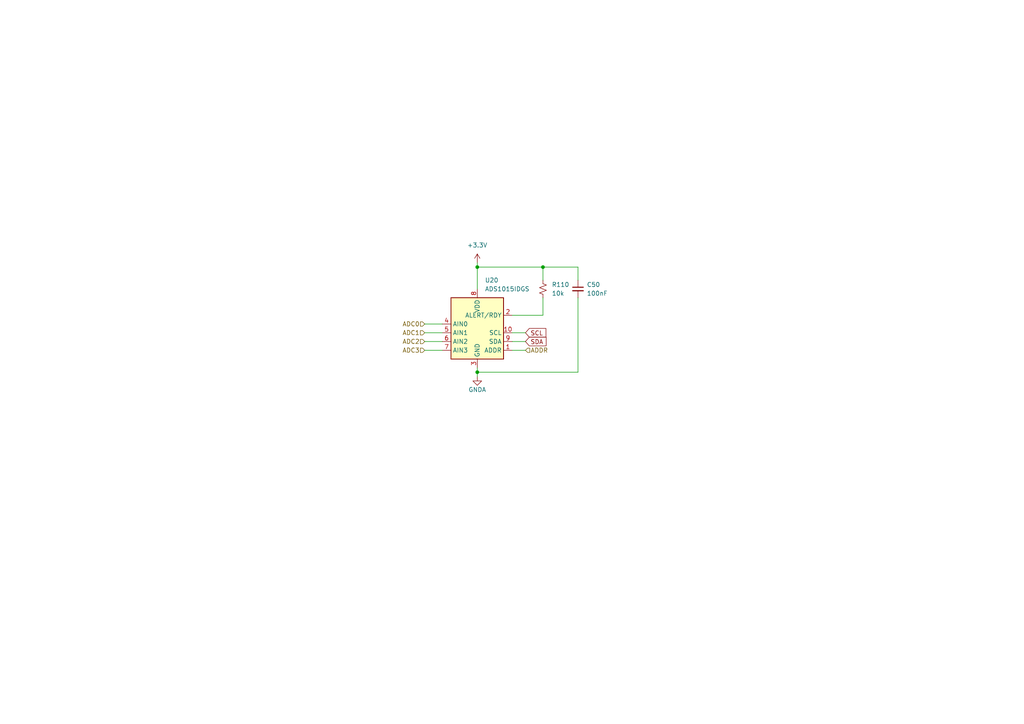
<source format=kicad_sch>
(kicad_sch (version 20231120) (generator "eeschema") (generator_version "8.0")
  (paper "A4")
  (lib_symbols
    (symbol "Analog_ADC:ADS1015IDGS"
      (property "Reference" "U" (at 2.54 13.97 0))
      (property "Value" "ADS1015IDGS" (at 7.62 11.43 0))
      (symbol "ADS1015IDGS_0_1"
        (rectangle (start -7.62 10.16) (end 7.62 -7.62) (stroke (width 0.254)) (fill (type background)))
      )
      (symbol "ADS1015IDGS_1_1"
        (pin input line (at 10.16 -5.08 180) (length 2.54) (name "ADDR") (number "1"))
        (pin input line (at 10.16 0 180) (length 2.54) (name "SCL") (number "10"))
        (pin output line (at 10.16 5.08 180) (length 2.54) (name "ALERT/RDY") (number "2"))
        (pin power_in line (at 0 -10.16 90) (length 2.54) (name "GND") (number "3"))
        (pin input line (at -10.16 2.54 0) (length 2.54) (name "AIN0") (number "4"))
        (pin input line (at -10.16 0 0) (length 2.54) (name "AIN1") (number "5"))
        (pin input line (at -10.16 -2.54 0) (length 2.54) (name "AIN2") (number "6"))
        (pin input line (at -10.16 -5.08 0) (length 2.54) (name "AIN3") (number "7"))
        (pin power_in line (at 0 12.7 270) (length 2.54) (name "VDD") (number "8"))
        (pin bidirectional line (at 10.16 -2.54 180) (length 2.54) (name "SDA") (number "9"))
      )
    )
    (symbol "Device:C_Small" (pin_numbers hide) (pin_names (offset 0.254) hide)
      (property "Reference" "C" (at 0.254 1.778 0))
      (property "Value" "C_Small" (at 0.254 -2.032 0))
      (symbol "C_Small_0_1"
        (polyline (pts (xy -1.524 -0.508) (xy 1.524 -0.508)) (stroke (width 0.3302)))
        (polyline (pts (xy -1.524 0.508) (xy 1.524 0.508)) (stroke (width 0.3048)))
      )
      (symbol "C_Small_1_1"
        (pin passive line (at 0 2.54 270) (length 2.032) (name "~") (number "1"))
        (pin passive line (at 0 -2.54 90) (length 2.032) (name "~") (number "2"))
      )
    )
    (symbol "Device:R_Small_US" (pin_numbers hide) (pin_names (offset 0.254) hide)
      (property "Reference" "R" (at 0.762 0.508 0))
      (property "Value" "R_Small_US" (at 0.762 -1.016 0))
      (symbol "R_Small_US_1_1"
        (polyline (pts (xy 0 0) (xy 1.016 -0.381) (xy 0 -0.762) (xy -1.016 -1.143) (xy 0 -1.524)))
        (polyline (pts (xy 0 1.524) (xy 1.016 1.143) (xy 0 0.762) (xy -1.016 0.381) (xy 0 0)))
        (pin passive line (at 0 2.54 270) (length 1.016) (name "~") (number "1"))
        (pin passive line (at 0 -2.54 90) (length 1.016) (name "~") (number "2"))
      )
    )
    (symbol "power:+3.3V" (power) (pin_names (offset 0))
      (property "Value" "+3.3V" (at 0 3.556 0))
      (symbol "+3.3V_0_1"
        (polyline (pts (xy -0.762 1.27) (xy 0 2.54)))
        (polyline (pts (xy 0 0) (xy 0 2.54)))
        (polyline (pts (xy 0 2.54) (xy 0.762 1.27)))
      )
      (symbol "+3.3V_1_1"
        (pin power_in line (at 0 0 90) (length 0) hide (name "+3.3V") (number "1"))
      )
    )
    (symbol "power:GNDA" (power) (pin_names (offset 0))
      (property "Value" "GNDA" (at 0 -3.81 0))
      (symbol "GNDA_0_1"
        (polyline (pts (xy 0 0) (xy 0 -1.27) (xy 1.27 -1.27) (xy 0 -2.54) (xy -1.27 -1.27) (xy 0 -1.27)))
      )
      (symbol "GNDA_1_1"
        (pin power_in line (at 0 0 270) (length 0) hide (name "GNDA") (number "1"))
      )
    )
  )
  (junction (at 157.48 77.47))
  (junction (at 138.43 77.47))
  (junction (at 138.43 107.95))
  (wire (pts (xy 138.43 77.47) (xy 138.43 83.82)))
  (wire (pts (xy 123.19 101.6) (xy 128.27 101.6)))
  (wire (pts (xy 123.19 99.06) (xy 128.27 99.06)))
  (wire (pts (xy 157.48 91.44) (xy 157.48 86.36)))
  (wire (pts (xy 138.43 106.68) (xy 138.43 107.95)))
  (wire (pts (xy 148.59 99.06) (xy 152.4 99.06)))
  (wire (pts (xy 148.59 96.52) (xy 152.4 96.52)))
  (wire (pts (xy 138.43 77.47) (xy 157.48 77.47)))
  (wire (pts (xy 123.19 93.98) (xy 128.27 93.98)))
  (wire (pts (xy 138.43 107.95) (xy 138.43 109.22)))
  (wire (pts (xy 123.19 96.52) (xy 128.27 96.52)))
  (wire (pts (xy 148.59 91.44) (xy 157.48 91.44)))
  (wire (pts (xy 167.64 86.36) (xy 167.64 107.95)))
  (wire (pts (xy 167.64 77.47) (xy 167.64 81.28)))
  (wire (pts (xy 148.59 101.6) (xy 152.4 101.6)))
  (wire (pts (xy 157.48 77.47) (xy 157.48 81.28)))
  (wire (pts (xy 157.48 77.47) (xy 167.64 77.47)))
  (wire (pts (xy 138.43 76.2) (xy 138.43 77.47)))
  (wire (pts (xy 167.64 107.95) (xy 138.43 107.95)))
  (global_label "SDA" (shape input) (at 152.4 99.06 0) (property "Intersheetrefs" "${INTERSHEET_REFS}" (effects (hide yes))))
  (global_label "SCL" (shape input) (at 152.4 96.52 0) (property "Intersheetrefs" "${INTERSHEET_REFS}" (effects (hide yes))))
  (hierarchical_label "ADC2" (shape input) (at 123.19 99.06 180))
  (hierarchical_label "ADDR" (shape input) (at 152.4 101.6 0))
  (hierarchical_label "ADC3" (shape input) (at 123.19 101.6 180))
  (hierarchical_label "ADC1" (shape input) (at 123.19 96.52 180))
  (hierarchical_label "ADC0" (shape input) (at 123.19 93.98 180))
  (symbol (lib_id "Device:C_Small") (at 167.64 83.82 0) (unit 1)
    (property "Reference" "C49" (at 170.18 82.5563 0) (effects (justify left)))
    (property "Value" "100nF" (at 170.18 85.0963 0) (effects (justify left)))
    (property "Footprint" "Capacitor_SMD:C_0805_2012Metric_Pad1.18x1.45mm_HandSolder" (effects (hide yes)))
    (property "Mouser" "08053C104KAT4A" (effects (hide yes)))
    (instances (project "8ch-mosfet" (path "" (reference "C50") (unit 1)) (path "" (reference "C49") (unit 1)) (path "" (reference "C51") (unit 1))))
  )
  (symbol (lib_id "Analog_ADC:ADS1015IDGS") (at 138.43 96.52 0) (unit 1)
    (property "Reference" "U20" (at 140.6241 81.28 0) (effects (justify left)))
    (property "Value" "ADS1015IDGS" (at 140.6241 83.82 0) (effects (justify left)))
    (property "Footprint" "Package_SO:TSSOP-10_3x3mm_P0.5mm" (effects (hide yes)))
    (property "Datasheet" "http://www.ti.com/lit/ds/symlink/ads1015.pdf" (effects (hide yes)))
    (property "Description" "Ultra-Small, Low-Power, I2C-Compatible, 3.3-kSPS, 12-Bit ADCs With Internal Reference, Oscillator, and Programmable Comparator, VSSOP-10" (effects (hide yes)))
    (instances (project "8ch-mosfet" (path "" (reference "U20") (unit 1)) (path "" (reference "U19") (unit 1)) (path "" (reference "U21") (unit 1))))
  )
  (symbol (lib_id "Device:R_Small_US") (at 157.48 83.82 180) (unit 1)
    (property "Reference" "R109" (at 160.02 82.55 0) (effects (justify right)))
    (property "Value" "10k" (at 160.02 85.09 0) (effects (justify right)))
    (property "Footprint" "Resistor_SMD:R_0805_2012Metric_Pad1.20x1.40mm_HandSolder" (effects (hide yes)))
    (instances (project "8ch-mosfet" (path "" (reference "R110") (unit 1)) (path "" (reference "R109") (unit 1)) (path "" (reference "R111") (unit 1))))
  )
  (symbol (lib_id "power:GNDA") (at 138.43 109.22 0) (unit 1)
    (property "Reference" "#PWR0106" (effects (hide yes)))
    (property "Value" "GNDA" (at 138.43 113.03 0))
    (instances (project "8ch-mosfet" (path "" (reference "#PWR0108") (unit 1)) (path "" (reference "#PWR0106") (unit 1)) (path "" (reference "#PWR0110") (unit 1))))
  )
  (symbol (lib_id "power:+3.3V") (at 138.43 76.2 0) (unit 1)
    (property "Reference" "#PWR0105" (effects (hide yes)))
    (property "Value" "+3.3V" (at 138.43 71.12 0))
    (instances (project "8ch-mosfet" (path "" (reference "#PWR0107") (unit 1)) (path "" (reference "#PWR0105") (unit 1)) (path "" (reference "#PWR0109") (unit 1))))
  )
)
</source>
